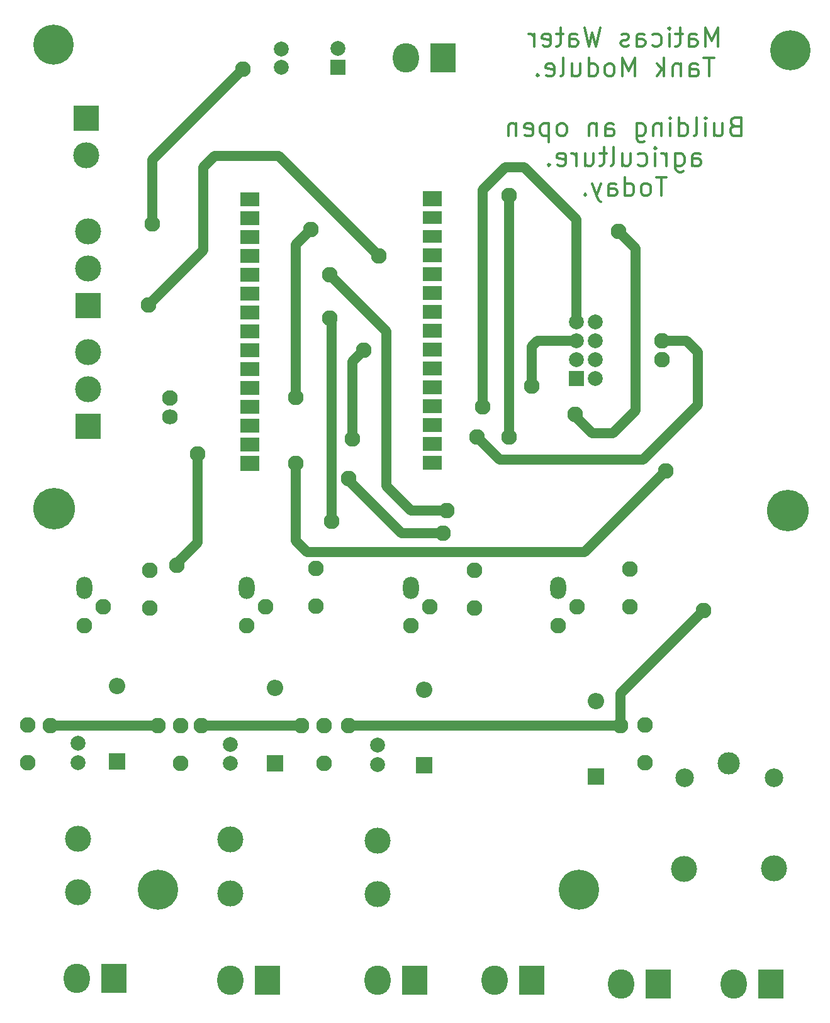
<source format=gbr>
%TF.GenerationSoftware,KiCad,Pcbnew,7.0.3*%
%TF.CreationDate,2023-06-13T13:40:25-05:00*%
%TF.ProjectId,intregration1,696e7472-6567-4726-9174-696f6e312e6b,rev?*%
%TF.SameCoordinates,Original*%
%TF.FileFunction,Copper,L2,Bot*%
%TF.FilePolarity,Positive*%
%FSLAX46Y46*%
G04 Gerber Fmt 4.6, Leading zero omitted, Abs format (unit mm)*
G04 Created by KiCad (PCBNEW 7.0.3) date 2023-06-13 13:40:25*
%MOMM*%
%LPD*%
G01*
G04 APERTURE LIST*
%ADD10C,0.300000*%
%TA.AperFunction,NonConductor*%
%ADD11C,0.300000*%
%TD*%
%TA.AperFunction,ComponentPad*%
%ADD12C,5.600000*%
%TD*%
%TA.AperFunction,ComponentPad*%
%ADD13C,5.400000*%
%TD*%
%TA.AperFunction,ComponentPad*%
%ADD14O,2.125000X2.125000*%
%TD*%
%TA.AperFunction,ComponentPad*%
%ADD15C,2.125000*%
%TD*%
%TA.AperFunction,ComponentPad*%
%ADD16O,2.125000X2.000000*%
%TD*%
%TA.AperFunction,ComponentPad*%
%ADD17C,2.100000*%
%TD*%
%TA.AperFunction,ComponentPad*%
%ADD18O,2.200000X2.200000*%
%TD*%
%TA.AperFunction,ComponentPad*%
%ADD19R,2.200000X2.200000*%
%TD*%
%TA.AperFunction,ComponentPad*%
%ADD20O,3.500000X3.960000*%
%TD*%
%TA.AperFunction,ComponentPad*%
%ADD21R,3.500000X3.960000*%
%TD*%
%TA.AperFunction,ComponentPad*%
%ADD22C,3.500000*%
%TD*%
%TA.AperFunction,ComponentPad*%
%ADD23R,3.500000X3.500000*%
%TD*%
%TA.AperFunction,ComponentPad*%
%ADD24C,2.000000*%
%TD*%
%TA.AperFunction,ComponentPad*%
%ADD25R,2.540000X1.950000*%
%TD*%
%TA.AperFunction,ComponentPad*%
%ADD26R,2.540000X2.000000*%
%TD*%
%TA.AperFunction,ComponentPad*%
%ADD27O,2.125000X3.000000*%
%TD*%
%TA.AperFunction,ComponentPad*%
%ADD28R,2.540000X1.740000*%
%TD*%
%TA.AperFunction,ComponentPad*%
%ADD29R,2.540000X2.100000*%
%TD*%
%TA.AperFunction,ComponentPad*%
%ADD30C,2.500000*%
%TD*%
%TA.AperFunction,ComponentPad*%
%ADD31C,3.000000*%
%TD*%
%TA.AperFunction,ComponentPad*%
%ADD32R,2.000000X2.000000*%
%TD*%
%TA.AperFunction,ViaPad*%
%ADD33C,2.125000*%
%TD*%
%TA.AperFunction,Conductor*%
%ADD34C,1.330000*%
%TD*%
G04 APERTURE END LIST*
D10*
D11*
X143680155Y-33750447D02*
X143680155Y-31250447D01*
X143680155Y-31250447D02*
X142846822Y-33036161D01*
X142846822Y-33036161D02*
X142013489Y-31250447D01*
X142013489Y-31250447D02*
X142013489Y-33750447D01*
X139751584Y-33750447D02*
X139751584Y-32440923D01*
X139751584Y-32440923D02*
X139870631Y-32202828D01*
X139870631Y-32202828D02*
X140108727Y-32083780D01*
X140108727Y-32083780D02*
X140584917Y-32083780D01*
X140584917Y-32083780D02*
X140823012Y-32202828D01*
X139751584Y-33631400D02*
X139989679Y-33750447D01*
X139989679Y-33750447D02*
X140584917Y-33750447D01*
X140584917Y-33750447D02*
X140823012Y-33631400D01*
X140823012Y-33631400D02*
X140942060Y-33393304D01*
X140942060Y-33393304D02*
X140942060Y-33155209D01*
X140942060Y-33155209D02*
X140823012Y-32917114D01*
X140823012Y-32917114D02*
X140584917Y-32798066D01*
X140584917Y-32798066D02*
X139989679Y-32798066D01*
X139989679Y-32798066D02*
X139751584Y-32679019D01*
X138918250Y-32083780D02*
X137965869Y-32083780D01*
X138561107Y-31250447D02*
X138561107Y-33393304D01*
X138561107Y-33393304D02*
X138442060Y-33631400D01*
X138442060Y-33631400D02*
X138203965Y-33750447D01*
X138203965Y-33750447D02*
X137965869Y-33750447D01*
X137132536Y-33750447D02*
X137132536Y-32083780D01*
X137132536Y-31250447D02*
X137251584Y-31369495D01*
X137251584Y-31369495D02*
X137132536Y-31488542D01*
X137132536Y-31488542D02*
X137013489Y-31369495D01*
X137013489Y-31369495D02*
X137132536Y-31250447D01*
X137132536Y-31250447D02*
X137132536Y-31488542D01*
X134870632Y-33631400D02*
X135108727Y-33750447D01*
X135108727Y-33750447D02*
X135584918Y-33750447D01*
X135584918Y-33750447D02*
X135823013Y-33631400D01*
X135823013Y-33631400D02*
X135942060Y-33512352D01*
X135942060Y-33512352D02*
X136061108Y-33274257D01*
X136061108Y-33274257D02*
X136061108Y-32559971D01*
X136061108Y-32559971D02*
X135942060Y-32321876D01*
X135942060Y-32321876D02*
X135823013Y-32202828D01*
X135823013Y-32202828D02*
X135584918Y-32083780D01*
X135584918Y-32083780D02*
X135108727Y-32083780D01*
X135108727Y-32083780D02*
X134870632Y-32202828D01*
X132727775Y-33750447D02*
X132727775Y-32440923D01*
X132727775Y-32440923D02*
X132846822Y-32202828D01*
X132846822Y-32202828D02*
X133084918Y-32083780D01*
X133084918Y-32083780D02*
X133561108Y-32083780D01*
X133561108Y-32083780D02*
X133799203Y-32202828D01*
X132727775Y-33631400D02*
X132965870Y-33750447D01*
X132965870Y-33750447D02*
X133561108Y-33750447D01*
X133561108Y-33750447D02*
X133799203Y-33631400D01*
X133799203Y-33631400D02*
X133918251Y-33393304D01*
X133918251Y-33393304D02*
X133918251Y-33155209D01*
X133918251Y-33155209D02*
X133799203Y-32917114D01*
X133799203Y-32917114D02*
X133561108Y-32798066D01*
X133561108Y-32798066D02*
X132965870Y-32798066D01*
X132965870Y-32798066D02*
X132727775Y-32679019D01*
X131656346Y-33631400D02*
X131418251Y-33750447D01*
X131418251Y-33750447D02*
X130942060Y-33750447D01*
X130942060Y-33750447D02*
X130703965Y-33631400D01*
X130703965Y-33631400D02*
X130584917Y-33393304D01*
X130584917Y-33393304D02*
X130584917Y-33274257D01*
X130584917Y-33274257D02*
X130703965Y-33036161D01*
X130703965Y-33036161D02*
X130942060Y-32917114D01*
X130942060Y-32917114D02*
X131299203Y-32917114D01*
X131299203Y-32917114D02*
X131537298Y-32798066D01*
X131537298Y-32798066D02*
X131656346Y-32559971D01*
X131656346Y-32559971D02*
X131656346Y-32440923D01*
X131656346Y-32440923D02*
X131537298Y-32202828D01*
X131537298Y-32202828D02*
X131299203Y-32083780D01*
X131299203Y-32083780D02*
X130942060Y-32083780D01*
X130942060Y-32083780D02*
X130703965Y-32202828D01*
X127846822Y-31250447D02*
X127251584Y-33750447D01*
X127251584Y-33750447D02*
X126775393Y-31964733D01*
X126775393Y-31964733D02*
X126299203Y-33750447D01*
X126299203Y-33750447D02*
X125703965Y-31250447D01*
X123680155Y-33750447D02*
X123680155Y-32440923D01*
X123680155Y-32440923D02*
X123799202Y-32202828D01*
X123799202Y-32202828D02*
X124037298Y-32083780D01*
X124037298Y-32083780D02*
X124513488Y-32083780D01*
X124513488Y-32083780D02*
X124751583Y-32202828D01*
X123680155Y-33631400D02*
X123918250Y-33750447D01*
X123918250Y-33750447D02*
X124513488Y-33750447D01*
X124513488Y-33750447D02*
X124751583Y-33631400D01*
X124751583Y-33631400D02*
X124870631Y-33393304D01*
X124870631Y-33393304D02*
X124870631Y-33155209D01*
X124870631Y-33155209D02*
X124751583Y-32917114D01*
X124751583Y-32917114D02*
X124513488Y-32798066D01*
X124513488Y-32798066D02*
X123918250Y-32798066D01*
X123918250Y-32798066D02*
X123680155Y-32679019D01*
X122846821Y-32083780D02*
X121894440Y-32083780D01*
X122489678Y-31250447D02*
X122489678Y-33393304D01*
X122489678Y-33393304D02*
X122370631Y-33631400D01*
X122370631Y-33631400D02*
X122132536Y-33750447D01*
X122132536Y-33750447D02*
X121894440Y-33750447D01*
X120108726Y-33631400D02*
X120346822Y-33750447D01*
X120346822Y-33750447D02*
X120823012Y-33750447D01*
X120823012Y-33750447D02*
X121061107Y-33631400D01*
X121061107Y-33631400D02*
X121180155Y-33393304D01*
X121180155Y-33393304D02*
X121180155Y-32440923D01*
X121180155Y-32440923D02*
X121061107Y-32202828D01*
X121061107Y-32202828D02*
X120823012Y-32083780D01*
X120823012Y-32083780D02*
X120346822Y-32083780D01*
X120346822Y-32083780D02*
X120108726Y-32202828D01*
X120108726Y-32202828D02*
X119989679Y-32440923D01*
X119989679Y-32440923D02*
X119989679Y-32679019D01*
X119989679Y-32679019D02*
X121180155Y-32917114D01*
X118918250Y-33750447D02*
X118918250Y-32083780D01*
X118918250Y-32559971D02*
X118799203Y-32321876D01*
X118799203Y-32321876D02*
X118680155Y-32202828D01*
X118680155Y-32202828D02*
X118442060Y-32083780D01*
X118442060Y-32083780D02*
X118203965Y-32083780D01*
X143203965Y-35275447D02*
X141775394Y-35275447D01*
X142489680Y-37775447D02*
X142489680Y-35275447D01*
X139870632Y-37775447D02*
X139870632Y-36465923D01*
X139870632Y-36465923D02*
X139989679Y-36227828D01*
X139989679Y-36227828D02*
X140227775Y-36108780D01*
X140227775Y-36108780D02*
X140703965Y-36108780D01*
X140703965Y-36108780D02*
X140942060Y-36227828D01*
X139870632Y-37656400D02*
X140108727Y-37775447D01*
X140108727Y-37775447D02*
X140703965Y-37775447D01*
X140703965Y-37775447D02*
X140942060Y-37656400D01*
X140942060Y-37656400D02*
X141061108Y-37418304D01*
X141061108Y-37418304D02*
X141061108Y-37180209D01*
X141061108Y-37180209D02*
X140942060Y-36942114D01*
X140942060Y-36942114D02*
X140703965Y-36823066D01*
X140703965Y-36823066D02*
X140108727Y-36823066D01*
X140108727Y-36823066D02*
X139870632Y-36704019D01*
X138680155Y-36108780D02*
X138680155Y-37775447D01*
X138680155Y-36346876D02*
X138561108Y-36227828D01*
X138561108Y-36227828D02*
X138323013Y-36108780D01*
X138323013Y-36108780D02*
X137965870Y-36108780D01*
X137965870Y-36108780D02*
X137727774Y-36227828D01*
X137727774Y-36227828D02*
X137608727Y-36465923D01*
X137608727Y-36465923D02*
X137608727Y-37775447D01*
X136418250Y-37775447D02*
X136418250Y-35275447D01*
X136180155Y-36823066D02*
X135465869Y-37775447D01*
X135465869Y-36108780D02*
X136418250Y-37061161D01*
X132489678Y-37775447D02*
X132489678Y-35275447D01*
X132489678Y-35275447D02*
X131656345Y-37061161D01*
X131656345Y-37061161D02*
X130823012Y-35275447D01*
X130823012Y-35275447D02*
X130823012Y-37775447D01*
X129275393Y-37775447D02*
X129513488Y-37656400D01*
X129513488Y-37656400D02*
X129632535Y-37537352D01*
X129632535Y-37537352D02*
X129751583Y-37299257D01*
X129751583Y-37299257D02*
X129751583Y-36584971D01*
X129751583Y-36584971D02*
X129632535Y-36346876D01*
X129632535Y-36346876D02*
X129513488Y-36227828D01*
X129513488Y-36227828D02*
X129275393Y-36108780D01*
X129275393Y-36108780D02*
X128918250Y-36108780D01*
X128918250Y-36108780D02*
X128680154Y-36227828D01*
X128680154Y-36227828D02*
X128561107Y-36346876D01*
X128561107Y-36346876D02*
X128442059Y-36584971D01*
X128442059Y-36584971D02*
X128442059Y-37299257D01*
X128442059Y-37299257D02*
X128561107Y-37537352D01*
X128561107Y-37537352D02*
X128680154Y-37656400D01*
X128680154Y-37656400D02*
X128918250Y-37775447D01*
X128918250Y-37775447D02*
X129275393Y-37775447D01*
X126299202Y-37775447D02*
X126299202Y-35275447D01*
X126299202Y-37656400D02*
X126537297Y-37775447D01*
X126537297Y-37775447D02*
X127013488Y-37775447D01*
X127013488Y-37775447D02*
X127251583Y-37656400D01*
X127251583Y-37656400D02*
X127370630Y-37537352D01*
X127370630Y-37537352D02*
X127489678Y-37299257D01*
X127489678Y-37299257D02*
X127489678Y-36584971D01*
X127489678Y-36584971D02*
X127370630Y-36346876D01*
X127370630Y-36346876D02*
X127251583Y-36227828D01*
X127251583Y-36227828D02*
X127013488Y-36108780D01*
X127013488Y-36108780D02*
X126537297Y-36108780D01*
X126537297Y-36108780D02*
X126299202Y-36227828D01*
X124037297Y-36108780D02*
X124037297Y-37775447D01*
X125108725Y-36108780D02*
X125108725Y-37418304D01*
X125108725Y-37418304D02*
X124989678Y-37656400D01*
X124989678Y-37656400D02*
X124751583Y-37775447D01*
X124751583Y-37775447D02*
X124394440Y-37775447D01*
X124394440Y-37775447D02*
X124156344Y-37656400D01*
X124156344Y-37656400D02*
X124037297Y-37537352D01*
X122489678Y-37775447D02*
X122727773Y-37656400D01*
X122727773Y-37656400D02*
X122846820Y-37418304D01*
X122846820Y-37418304D02*
X122846820Y-35275447D01*
X120584915Y-37656400D02*
X120823011Y-37775447D01*
X120823011Y-37775447D02*
X121299201Y-37775447D01*
X121299201Y-37775447D02*
X121537296Y-37656400D01*
X121537296Y-37656400D02*
X121656344Y-37418304D01*
X121656344Y-37418304D02*
X121656344Y-36465923D01*
X121656344Y-36465923D02*
X121537296Y-36227828D01*
X121537296Y-36227828D02*
X121299201Y-36108780D01*
X121299201Y-36108780D02*
X120823011Y-36108780D01*
X120823011Y-36108780D02*
X120584915Y-36227828D01*
X120584915Y-36227828D02*
X120465868Y-36465923D01*
X120465868Y-36465923D02*
X120465868Y-36704019D01*
X120465868Y-36704019D02*
X121656344Y-36942114D01*
X119394439Y-37537352D02*
X119275392Y-37656400D01*
X119275392Y-37656400D02*
X119394439Y-37775447D01*
X119394439Y-37775447D02*
X119513487Y-37656400D01*
X119513487Y-37656400D02*
X119394439Y-37537352D01*
X119394439Y-37537352D02*
X119394439Y-37775447D01*
X145942061Y-44515923D02*
X145584918Y-44634971D01*
X145584918Y-44634971D02*
X145465871Y-44754019D01*
X145465871Y-44754019D02*
X145346823Y-44992114D01*
X145346823Y-44992114D02*
X145346823Y-45349257D01*
X145346823Y-45349257D02*
X145465871Y-45587352D01*
X145465871Y-45587352D02*
X145584918Y-45706400D01*
X145584918Y-45706400D02*
X145823013Y-45825447D01*
X145823013Y-45825447D02*
X146775394Y-45825447D01*
X146775394Y-45825447D02*
X146775394Y-43325447D01*
X146775394Y-43325447D02*
X145942061Y-43325447D01*
X145942061Y-43325447D02*
X145703966Y-43444495D01*
X145703966Y-43444495D02*
X145584918Y-43563542D01*
X145584918Y-43563542D02*
X145465871Y-43801638D01*
X145465871Y-43801638D02*
X145465871Y-44039733D01*
X145465871Y-44039733D02*
X145584918Y-44277828D01*
X145584918Y-44277828D02*
X145703966Y-44396876D01*
X145703966Y-44396876D02*
X145942061Y-44515923D01*
X145942061Y-44515923D02*
X146775394Y-44515923D01*
X143203966Y-44158780D02*
X143203966Y-45825447D01*
X144275394Y-44158780D02*
X144275394Y-45468304D01*
X144275394Y-45468304D02*
X144156347Y-45706400D01*
X144156347Y-45706400D02*
X143918252Y-45825447D01*
X143918252Y-45825447D02*
X143561109Y-45825447D01*
X143561109Y-45825447D02*
X143323013Y-45706400D01*
X143323013Y-45706400D02*
X143203966Y-45587352D01*
X142013489Y-45825447D02*
X142013489Y-44158780D01*
X142013489Y-43325447D02*
X142132537Y-43444495D01*
X142132537Y-43444495D02*
X142013489Y-43563542D01*
X142013489Y-43563542D02*
X141894442Y-43444495D01*
X141894442Y-43444495D02*
X142013489Y-43325447D01*
X142013489Y-43325447D02*
X142013489Y-43563542D01*
X140465871Y-45825447D02*
X140703966Y-45706400D01*
X140703966Y-45706400D02*
X140823013Y-45468304D01*
X140823013Y-45468304D02*
X140823013Y-43325447D01*
X138442061Y-45825447D02*
X138442061Y-43325447D01*
X138442061Y-45706400D02*
X138680156Y-45825447D01*
X138680156Y-45825447D02*
X139156347Y-45825447D01*
X139156347Y-45825447D02*
X139394442Y-45706400D01*
X139394442Y-45706400D02*
X139513489Y-45587352D01*
X139513489Y-45587352D02*
X139632537Y-45349257D01*
X139632537Y-45349257D02*
X139632537Y-44634971D01*
X139632537Y-44634971D02*
X139513489Y-44396876D01*
X139513489Y-44396876D02*
X139394442Y-44277828D01*
X139394442Y-44277828D02*
X139156347Y-44158780D01*
X139156347Y-44158780D02*
X138680156Y-44158780D01*
X138680156Y-44158780D02*
X138442061Y-44277828D01*
X137251584Y-45825447D02*
X137251584Y-44158780D01*
X137251584Y-43325447D02*
X137370632Y-43444495D01*
X137370632Y-43444495D02*
X137251584Y-43563542D01*
X137251584Y-43563542D02*
X137132537Y-43444495D01*
X137132537Y-43444495D02*
X137251584Y-43325447D01*
X137251584Y-43325447D02*
X137251584Y-43563542D01*
X136061108Y-44158780D02*
X136061108Y-45825447D01*
X136061108Y-44396876D02*
X135942061Y-44277828D01*
X135942061Y-44277828D02*
X135703966Y-44158780D01*
X135703966Y-44158780D02*
X135346823Y-44158780D01*
X135346823Y-44158780D02*
X135108727Y-44277828D01*
X135108727Y-44277828D02*
X134989680Y-44515923D01*
X134989680Y-44515923D02*
X134989680Y-45825447D01*
X132727775Y-44158780D02*
X132727775Y-46182590D01*
X132727775Y-46182590D02*
X132846822Y-46420685D01*
X132846822Y-46420685D02*
X132965870Y-46539733D01*
X132965870Y-46539733D02*
X133203965Y-46658780D01*
X133203965Y-46658780D02*
X133561108Y-46658780D01*
X133561108Y-46658780D02*
X133799203Y-46539733D01*
X132727775Y-45706400D02*
X132965870Y-45825447D01*
X132965870Y-45825447D02*
X133442061Y-45825447D01*
X133442061Y-45825447D02*
X133680156Y-45706400D01*
X133680156Y-45706400D02*
X133799203Y-45587352D01*
X133799203Y-45587352D02*
X133918251Y-45349257D01*
X133918251Y-45349257D02*
X133918251Y-44634971D01*
X133918251Y-44634971D02*
X133799203Y-44396876D01*
X133799203Y-44396876D02*
X133680156Y-44277828D01*
X133680156Y-44277828D02*
X133442061Y-44158780D01*
X133442061Y-44158780D02*
X132965870Y-44158780D01*
X132965870Y-44158780D02*
X132727775Y-44277828D01*
X128561108Y-45825447D02*
X128561108Y-44515923D01*
X128561108Y-44515923D02*
X128680155Y-44277828D01*
X128680155Y-44277828D02*
X128918251Y-44158780D01*
X128918251Y-44158780D02*
X129394441Y-44158780D01*
X129394441Y-44158780D02*
X129632536Y-44277828D01*
X128561108Y-45706400D02*
X128799203Y-45825447D01*
X128799203Y-45825447D02*
X129394441Y-45825447D01*
X129394441Y-45825447D02*
X129632536Y-45706400D01*
X129632536Y-45706400D02*
X129751584Y-45468304D01*
X129751584Y-45468304D02*
X129751584Y-45230209D01*
X129751584Y-45230209D02*
X129632536Y-44992114D01*
X129632536Y-44992114D02*
X129394441Y-44873066D01*
X129394441Y-44873066D02*
X128799203Y-44873066D01*
X128799203Y-44873066D02*
X128561108Y-44754019D01*
X127370631Y-44158780D02*
X127370631Y-45825447D01*
X127370631Y-44396876D02*
X127251584Y-44277828D01*
X127251584Y-44277828D02*
X127013489Y-44158780D01*
X127013489Y-44158780D02*
X126656346Y-44158780D01*
X126656346Y-44158780D02*
X126418250Y-44277828D01*
X126418250Y-44277828D02*
X126299203Y-44515923D01*
X126299203Y-44515923D02*
X126299203Y-45825447D01*
X122846822Y-45825447D02*
X123084917Y-45706400D01*
X123084917Y-45706400D02*
X123203964Y-45587352D01*
X123203964Y-45587352D02*
X123323012Y-45349257D01*
X123323012Y-45349257D02*
X123323012Y-44634971D01*
X123323012Y-44634971D02*
X123203964Y-44396876D01*
X123203964Y-44396876D02*
X123084917Y-44277828D01*
X123084917Y-44277828D02*
X122846822Y-44158780D01*
X122846822Y-44158780D02*
X122489679Y-44158780D01*
X122489679Y-44158780D02*
X122251583Y-44277828D01*
X122251583Y-44277828D02*
X122132536Y-44396876D01*
X122132536Y-44396876D02*
X122013488Y-44634971D01*
X122013488Y-44634971D02*
X122013488Y-45349257D01*
X122013488Y-45349257D02*
X122132536Y-45587352D01*
X122132536Y-45587352D02*
X122251583Y-45706400D01*
X122251583Y-45706400D02*
X122489679Y-45825447D01*
X122489679Y-45825447D02*
X122846822Y-45825447D01*
X120942059Y-44158780D02*
X120942059Y-46658780D01*
X120942059Y-44277828D02*
X120703964Y-44158780D01*
X120703964Y-44158780D02*
X120227774Y-44158780D01*
X120227774Y-44158780D02*
X119989678Y-44277828D01*
X119989678Y-44277828D02*
X119870631Y-44396876D01*
X119870631Y-44396876D02*
X119751583Y-44634971D01*
X119751583Y-44634971D02*
X119751583Y-45349257D01*
X119751583Y-45349257D02*
X119870631Y-45587352D01*
X119870631Y-45587352D02*
X119989678Y-45706400D01*
X119989678Y-45706400D02*
X120227774Y-45825447D01*
X120227774Y-45825447D02*
X120703964Y-45825447D01*
X120703964Y-45825447D02*
X120942059Y-45706400D01*
X117727773Y-45706400D02*
X117965869Y-45825447D01*
X117965869Y-45825447D02*
X118442059Y-45825447D01*
X118442059Y-45825447D02*
X118680154Y-45706400D01*
X118680154Y-45706400D02*
X118799202Y-45468304D01*
X118799202Y-45468304D02*
X118799202Y-44515923D01*
X118799202Y-44515923D02*
X118680154Y-44277828D01*
X118680154Y-44277828D02*
X118442059Y-44158780D01*
X118442059Y-44158780D02*
X117965869Y-44158780D01*
X117965869Y-44158780D02*
X117727773Y-44277828D01*
X117727773Y-44277828D02*
X117608726Y-44515923D01*
X117608726Y-44515923D02*
X117608726Y-44754019D01*
X117608726Y-44754019D02*
X118799202Y-44992114D01*
X116537297Y-44158780D02*
X116537297Y-45825447D01*
X116537297Y-44396876D02*
X116418250Y-44277828D01*
X116418250Y-44277828D02*
X116180155Y-44158780D01*
X116180155Y-44158780D02*
X115823012Y-44158780D01*
X115823012Y-44158780D02*
X115584916Y-44277828D01*
X115584916Y-44277828D02*
X115465869Y-44515923D01*
X115465869Y-44515923D02*
X115465869Y-45825447D01*
X140227774Y-49850447D02*
X140227774Y-48540923D01*
X140227774Y-48540923D02*
X140346821Y-48302828D01*
X140346821Y-48302828D02*
X140584917Y-48183780D01*
X140584917Y-48183780D02*
X141061107Y-48183780D01*
X141061107Y-48183780D02*
X141299202Y-48302828D01*
X140227774Y-49731400D02*
X140465869Y-49850447D01*
X140465869Y-49850447D02*
X141061107Y-49850447D01*
X141061107Y-49850447D02*
X141299202Y-49731400D01*
X141299202Y-49731400D02*
X141418250Y-49493304D01*
X141418250Y-49493304D02*
X141418250Y-49255209D01*
X141418250Y-49255209D02*
X141299202Y-49017114D01*
X141299202Y-49017114D02*
X141061107Y-48898066D01*
X141061107Y-48898066D02*
X140465869Y-48898066D01*
X140465869Y-48898066D02*
X140227774Y-48779019D01*
X137965869Y-48183780D02*
X137965869Y-50207590D01*
X137965869Y-50207590D02*
X138084916Y-50445685D01*
X138084916Y-50445685D02*
X138203964Y-50564733D01*
X138203964Y-50564733D02*
X138442059Y-50683780D01*
X138442059Y-50683780D02*
X138799202Y-50683780D01*
X138799202Y-50683780D02*
X139037297Y-50564733D01*
X137965869Y-49731400D02*
X138203964Y-49850447D01*
X138203964Y-49850447D02*
X138680155Y-49850447D01*
X138680155Y-49850447D02*
X138918250Y-49731400D01*
X138918250Y-49731400D02*
X139037297Y-49612352D01*
X139037297Y-49612352D02*
X139156345Y-49374257D01*
X139156345Y-49374257D02*
X139156345Y-48659971D01*
X139156345Y-48659971D02*
X139037297Y-48421876D01*
X139037297Y-48421876D02*
X138918250Y-48302828D01*
X138918250Y-48302828D02*
X138680155Y-48183780D01*
X138680155Y-48183780D02*
X138203964Y-48183780D01*
X138203964Y-48183780D02*
X137965869Y-48302828D01*
X136775392Y-49850447D02*
X136775392Y-48183780D01*
X136775392Y-48659971D02*
X136656345Y-48421876D01*
X136656345Y-48421876D02*
X136537297Y-48302828D01*
X136537297Y-48302828D02*
X136299202Y-48183780D01*
X136299202Y-48183780D02*
X136061107Y-48183780D01*
X135227773Y-49850447D02*
X135227773Y-48183780D01*
X135227773Y-47350447D02*
X135346821Y-47469495D01*
X135346821Y-47469495D02*
X135227773Y-47588542D01*
X135227773Y-47588542D02*
X135108726Y-47469495D01*
X135108726Y-47469495D02*
X135227773Y-47350447D01*
X135227773Y-47350447D02*
X135227773Y-47588542D01*
X132965869Y-49731400D02*
X133203964Y-49850447D01*
X133203964Y-49850447D02*
X133680155Y-49850447D01*
X133680155Y-49850447D02*
X133918250Y-49731400D01*
X133918250Y-49731400D02*
X134037297Y-49612352D01*
X134037297Y-49612352D02*
X134156345Y-49374257D01*
X134156345Y-49374257D02*
X134156345Y-48659971D01*
X134156345Y-48659971D02*
X134037297Y-48421876D01*
X134037297Y-48421876D02*
X133918250Y-48302828D01*
X133918250Y-48302828D02*
X133680155Y-48183780D01*
X133680155Y-48183780D02*
X133203964Y-48183780D01*
X133203964Y-48183780D02*
X132965869Y-48302828D01*
X130823012Y-48183780D02*
X130823012Y-49850447D01*
X131894440Y-48183780D02*
X131894440Y-49493304D01*
X131894440Y-49493304D02*
X131775393Y-49731400D01*
X131775393Y-49731400D02*
X131537298Y-49850447D01*
X131537298Y-49850447D02*
X131180155Y-49850447D01*
X131180155Y-49850447D02*
X130942059Y-49731400D01*
X130942059Y-49731400D02*
X130823012Y-49612352D01*
X129275393Y-49850447D02*
X129513488Y-49731400D01*
X129513488Y-49731400D02*
X129632535Y-49493304D01*
X129632535Y-49493304D02*
X129632535Y-47350447D01*
X128680154Y-48183780D02*
X127727773Y-48183780D01*
X128323011Y-47350447D02*
X128323011Y-49493304D01*
X128323011Y-49493304D02*
X128203964Y-49731400D01*
X128203964Y-49731400D02*
X127965869Y-49850447D01*
X127965869Y-49850447D02*
X127727773Y-49850447D01*
X125823012Y-48183780D02*
X125823012Y-49850447D01*
X126894440Y-48183780D02*
X126894440Y-49493304D01*
X126894440Y-49493304D02*
X126775393Y-49731400D01*
X126775393Y-49731400D02*
X126537298Y-49850447D01*
X126537298Y-49850447D02*
X126180155Y-49850447D01*
X126180155Y-49850447D02*
X125942059Y-49731400D01*
X125942059Y-49731400D02*
X125823012Y-49612352D01*
X124632535Y-49850447D02*
X124632535Y-48183780D01*
X124632535Y-48659971D02*
X124513488Y-48421876D01*
X124513488Y-48421876D02*
X124394440Y-48302828D01*
X124394440Y-48302828D02*
X124156345Y-48183780D01*
X124156345Y-48183780D02*
X123918250Y-48183780D01*
X122132535Y-49731400D02*
X122370631Y-49850447D01*
X122370631Y-49850447D02*
X122846821Y-49850447D01*
X122846821Y-49850447D02*
X123084916Y-49731400D01*
X123084916Y-49731400D02*
X123203964Y-49493304D01*
X123203964Y-49493304D02*
X123203964Y-48540923D01*
X123203964Y-48540923D02*
X123084916Y-48302828D01*
X123084916Y-48302828D02*
X122846821Y-48183780D01*
X122846821Y-48183780D02*
X122370631Y-48183780D01*
X122370631Y-48183780D02*
X122132535Y-48302828D01*
X122132535Y-48302828D02*
X122013488Y-48540923D01*
X122013488Y-48540923D02*
X122013488Y-48779019D01*
X122013488Y-48779019D02*
X123203964Y-49017114D01*
X120942059Y-49612352D02*
X120823012Y-49731400D01*
X120823012Y-49731400D02*
X120942059Y-49850447D01*
X120942059Y-49850447D02*
X121061107Y-49731400D01*
X121061107Y-49731400D02*
X120942059Y-49612352D01*
X120942059Y-49612352D02*
X120942059Y-49850447D01*
X136775393Y-51375447D02*
X135346822Y-51375447D01*
X136061108Y-53875447D02*
X136061108Y-51375447D01*
X134156346Y-53875447D02*
X134394441Y-53756400D01*
X134394441Y-53756400D02*
X134513488Y-53637352D01*
X134513488Y-53637352D02*
X134632536Y-53399257D01*
X134632536Y-53399257D02*
X134632536Y-52684971D01*
X134632536Y-52684971D02*
X134513488Y-52446876D01*
X134513488Y-52446876D02*
X134394441Y-52327828D01*
X134394441Y-52327828D02*
X134156346Y-52208780D01*
X134156346Y-52208780D02*
X133799203Y-52208780D01*
X133799203Y-52208780D02*
X133561107Y-52327828D01*
X133561107Y-52327828D02*
X133442060Y-52446876D01*
X133442060Y-52446876D02*
X133323012Y-52684971D01*
X133323012Y-52684971D02*
X133323012Y-53399257D01*
X133323012Y-53399257D02*
X133442060Y-53637352D01*
X133442060Y-53637352D02*
X133561107Y-53756400D01*
X133561107Y-53756400D02*
X133799203Y-53875447D01*
X133799203Y-53875447D02*
X134156346Y-53875447D01*
X131180155Y-53875447D02*
X131180155Y-51375447D01*
X131180155Y-53756400D02*
X131418250Y-53875447D01*
X131418250Y-53875447D02*
X131894441Y-53875447D01*
X131894441Y-53875447D02*
X132132536Y-53756400D01*
X132132536Y-53756400D02*
X132251583Y-53637352D01*
X132251583Y-53637352D02*
X132370631Y-53399257D01*
X132370631Y-53399257D02*
X132370631Y-52684971D01*
X132370631Y-52684971D02*
X132251583Y-52446876D01*
X132251583Y-52446876D02*
X132132536Y-52327828D01*
X132132536Y-52327828D02*
X131894441Y-52208780D01*
X131894441Y-52208780D02*
X131418250Y-52208780D01*
X131418250Y-52208780D02*
X131180155Y-52327828D01*
X128918250Y-53875447D02*
X128918250Y-52565923D01*
X128918250Y-52565923D02*
X129037297Y-52327828D01*
X129037297Y-52327828D02*
X129275393Y-52208780D01*
X129275393Y-52208780D02*
X129751583Y-52208780D01*
X129751583Y-52208780D02*
X129989678Y-52327828D01*
X128918250Y-53756400D02*
X129156345Y-53875447D01*
X129156345Y-53875447D02*
X129751583Y-53875447D01*
X129751583Y-53875447D02*
X129989678Y-53756400D01*
X129989678Y-53756400D02*
X130108726Y-53518304D01*
X130108726Y-53518304D02*
X130108726Y-53280209D01*
X130108726Y-53280209D02*
X129989678Y-53042114D01*
X129989678Y-53042114D02*
X129751583Y-52923066D01*
X129751583Y-52923066D02*
X129156345Y-52923066D01*
X129156345Y-52923066D02*
X128918250Y-52804019D01*
X127965869Y-52208780D02*
X127370631Y-53875447D01*
X126775392Y-52208780D02*
X127370631Y-53875447D01*
X127370631Y-53875447D02*
X127608726Y-54470685D01*
X127608726Y-54470685D02*
X127727773Y-54589733D01*
X127727773Y-54589733D02*
X127965869Y-54708780D01*
X125823011Y-53637352D02*
X125703964Y-53756400D01*
X125703964Y-53756400D02*
X125823011Y-53875447D01*
X125823011Y-53875447D02*
X125942059Y-53756400D01*
X125942059Y-53756400D02*
X125823011Y-53637352D01*
X125823011Y-53637352D02*
X125823011Y-53875447D01*
D12*
%TO.P,H6,1*%
%TO.N,N/C*%
X54356000Y-96012000D03*
%TD*%
%TO.P,H5,1*%
%TO.N,N/C*%
X153041000Y-96266000D03*
%TD*%
D13*
%TO.P,H4,1*%
%TO.N,N/C*%
X124968000Y-147320000D03*
%TD*%
%TO.P,H3,1*%
%TO.N,N/C*%
X68326000Y-147320000D03*
%TD*%
%TO.P,H2,1*%
%TO.N,N/C*%
X153416000Y-34290000D03*
%TD*%
%TO.P,H1,1*%
%TO.N,N/C*%
X54256000Y-33528000D03*
%TD*%
D14*
%TO.P,R6,2*%
%TO.N,5v*%
X50800000Y-125172000D03*
D15*
%TO.P,R6,1*%
%TO.N,Net-(D1-K)*%
X50800000Y-130252000D03*
%TD*%
D16*
%TO.P,R1,2*%
%TO.N,D25*%
X69957500Y-83687500D03*
D17*
%TO.P,R1,1*%
%TO.N,5v*%
X69957500Y-81147500D03*
%TD*%
D18*
%TO.P,D2,2,A*%
%TO.N,Net-(D2-A)*%
X104140000Y-120396000D03*
D19*
%TO.P,D2,1,K*%
%TO.N,Net-(D2-K)*%
X104140000Y-130556000D03*
%TD*%
D14*
%TO.P,R2,2*%
%TO.N,Net-(Q1-B)*%
X67230000Y-109397000D03*
D15*
%TO.P,R2,1*%
%TO.N,D22*%
X67230000Y-104317000D03*
%TD*%
D20*
%TO.P,J_fan1,2,Pin_2*%
%TO.N,Net-(J_fan1-Pin_2)*%
X57404000Y-159258000D03*
D21*
%TO.P,J_fan1,1,Pin_1*%
%TO.N,AC2*%
X62404000Y-159258000D03*
%TD*%
D20*
%TO.P,5V1,2,Pin_2*%
%TO.N,GND5V*%
X101717000Y-35352000D03*
D21*
%TO.P,5V1,1,Pin_1*%
%TO.N,5v*%
X106717000Y-35352000D03*
%TD*%
D14*
%TO.P,R5,2*%
%TO.N,Net-(Q4-B)*%
X131826000Y-109270000D03*
D15*
%TO.P,R5,1*%
%TO.N,D21*%
X131826000Y-104190000D03*
%TD*%
D20*
%TO.P,J_LOAD2,2,Pin_2*%
%TO.N,Normally O*%
X130665000Y-160020000D03*
D21*
%TO.P,J_LOAD2,1,Pin_1*%
%TO.N,GND LOAD*%
X135665000Y-160020000D03*
%TD*%
D22*
%TO.P,J2,3,Pin_3*%
%TO.N,GND5V*%
X58889000Y-58651500D03*
%TO.P,J2,2,Pin_2*%
%TO.N,5v*%
X58889000Y-63651500D03*
D23*
%TO.P,J2,1,Pin_1*%
%TO.N,D34*%
X58889000Y-68651500D03*
%TD*%
D24*
%TO.P,C2,2*%
%TO.N,GND5V*%
X84953000Y-34102000D03*
%TO.P,C2,1*%
%TO.N,5v*%
X84953000Y-36602000D03*
%TD*%
D22*
%TO.P,J1,3,Pin_3*%
%TO.N,GND5V*%
X58889000Y-74907500D03*
%TO.P,J1,2,Pin_2*%
%TO.N,5v*%
X58889000Y-79907500D03*
D23*
%TO.P,J1,1,Pin_1*%
%TO.N,D25*%
X58889000Y-84907500D03*
%TD*%
D20*
%TO.P,J_AC_INPUT1,2,Pin_2*%
%TO.N,AC2*%
X113618000Y-159512000D03*
D21*
%TO.P,J_AC_INPUT1,1,Pin_1*%
%TO.N,AC1*%
X118618000Y-159512000D03*
%TD*%
D20*
%TO.P,J_LOAD1,2,Pin_2*%
%TO.N,GND LOAD*%
X145825000Y-160020000D03*
D21*
%TO.P,J_LOAD1,1,Pin_1*%
%TO.N,LOAD IN*%
X150825000Y-160020000D03*
%TD*%
D25*
%TO.P,J_esp1,15,Pin_15*%
%TO.N,D23*%
X80674500Y-54402000D03*
%TO.P,J_esp1,14,Pin_14*%
%TO.N,D22*%
X80674500Y-56942000D03*
%TO.P,J_esp1,13,Pin_13*%
%TO.N,TX0*%
X80674500Y-59482000D03*
%TO.P,J_esp1,12,Pin_12*%
%TO.N,RX0*%
X80674500Y-62022000D03*
%TO.P,J_esp1,11,Pin_11*%
%TO.N,D21*%
X80674500Y-64562000D03*
%TO.P,J_esp1,10,Pin_10*%
%TO.N,D19*%
X80674500Y-67102000D03*
%TO.P,J_esp1,9,Pin_9*%
%TO.N,D18*%
X80674500Y-69642000D03*
%TO.P,J_esp1,8,Pin_8*%
%TO.N,D5*%
X80674500Y-72182000D03*
%TO.P,J_esp1,7,Pin_7*%
%TO.N,TX2*%
X80674500Y-74722000D03*
%TO.P,J_esp1,6,Pin_6*%
%TO.N,RX2*%
X80674500Y-77262000D03*
%TO.P,J_esp1,5,Pin_5*%
%TO.N,D4*%
X80674500Y-79802000D03*
%TO.P,J_esp1,4,Pin_4*%
%TO.N,D2*%
X80674500Y-82342000D03*
%TO.P,J_esp1,3,Pin_3*%
%TO.N,D15*%
X80674500Y-84882000D03*
%TO.P,J_esp1,2,Pin_2*%
%TO.N,GND2*%
X80674500Y-87422000D03*
D26*
%TO.P,J_esp1,1,Pin_1*%
%TO.N,3V3*%
X80674500Y-89962000D03*
%TD*%
D14*
%TO.P,Q2,3,C*%
%TO.N,Net-(D2-A)*%
X102362000Y-111760000D03*
%TO.P,Q2,2,B*%
%TO.N,Net-(Q2-B)*%
X104902000Y-109220000D03*
D27*
%TO.P,Q2,1,E*%
%TO.N,GND5V*%
X102362000Y-106680000D03*
%TD*%
D22*
%TO.P,J4,2,Pin_2*%
%TO.N,D23*%
X58674000Y-48434000D03*
D23*
%TO.P,J4,1,Pin_1*%
%TO.N,GND5V*%
X58674000Y-43434000D03*
%TD*%
D18*
%TO.P,D3,2,A*%
%TO.N,Net-(D3-A)*%
X84074000Y-120142000D03*
D19*
%TO.P,D3,1,K*%
%TO.N,Net-(D3-K)*%
X84074000Y-130302000D03*
%TD*%
D25*
%TO.P,J_esp0,15,Pin_15*%
%TO.N,5v*%
X105215000Y-89883000D03*
%TO.P,J_esp0,14,Pin_14*%
%TO.N,GND5V*%
X105215000Y-87343000D03*
%TO.P,J_esp0,13,Pin_13*%
%TO.N,D13*%
X105215000Y-84803000D03*
%TO.P,J_esp0,12,Pin_12*%
%TO.N,D12*%
X105215000Y-82263000D03*
%TO.P,J_esp0,11,Pin_11*%
%TO.N,D14*%
X105215000Y-79723000D03*
%TO.P,J_esp0,10,Pin_10*%
%TO.N,D27*%
X105215000Y-77183000D03*
%TO.P,J_esp0,9,Pin_9*%
%TO.N,D26*%
X105215000Y-74643000D03*
%TO.P,J_esp0,8,Pin_8*%
%TO.N,D25*%
X105215000Y-72103000D03*
%TO.P,J_esp0,7,Pin_7*%
%TO.N,D33*%
X105215000Y-69563000D03*
%TO.P,J_esp0,6,Pin_6*%
%TO.N,D32*%
X105215000Y-67023000D03*
%TO.P,J_esp0,5,Pin_5*%
%TO.N,D35*%
X105215000Y-64483000D03*
%TO.P,J_esp0,4,Pin_4*%
%TO.N,D34*%
X105215000Y-61943000D03*
D28*
%TO.P,J_esp0,3,Pin_3*%
%TO.N,VN*%
X105215000Y-59403000D03*
%TO.P,J_esp0,2,Pin_2*%
%TO.N,VP*%
X105215000Y-56863000D03*
D29*
%TO.P,J_esp0,1,Pin_1*%
%TO.N,EN*%
X105215000Y-54323000D03*
%TD*%
D24*
%TO.P,U_wpump1,A2*%
%TO.N,Net-(D2-A)*%
X97870000Y-127889000D03*
%TO.P,U_wpump1,A1*%
%TO.N,Net-(D2-K)*%
X97870000Y-130470000D03*
D22*
%TO.P,U_wpump1,14*%
%TO.N,Net-(J_wpump1-Pin_2)*%
X97870000Y-147955000D03*
%TO.P,U_wpump1,11*%
%TO.N,AC1*%
X97870000Y-140716000D03*
%TD*%
D14*
%TO.P,R3,2*%
%TO.N,Net-(Q2-B)*%
X110918000Y-109397000D03*
D15*
%TO.P,R3,1*%
%TO.N,D18*%
X110918000Y-104317000D03*
%TD*%
D20*
%TO.P,J_oxygen1,2,Pin_2*%
%TO.N,Net-(J_oxygen1-Pin_2)*%
X78058000Y-159512000D03*
D21*
%TO.P,J_oxygen1,1,Pin_1*%
%TO.N,AC2*%
X83058000Y-159512000D03*
%TD*%
D14*
%TO.P,Q1,3,C*%
%TO.N,Net-(D1-A)*%
X58420000Y-111760000D03*
%TO.P,Q1,2,B*%
%TO.N,Net-(Q1-B)*%
X60960000Y-109220000D03*
D27*
%TO.P,Q1,1,E*%
%TO.N,GND5V*%
X58420000Y-106680000D03*
%TD*%
D18*
%TO.P,D4,2,A*%
%TO.N,Net-(D4-A)*%
X127254000Y-121920000D03*
D19*
%TO.P,D4,1,K*%
%TO.N,Net-(D4-K)*%
X127254000Y-132080000D03*
%TD*%
D18*
%TO.P,D1,2,A*%
%TO.N,Net-(D1-A)*%
X62861000Y-119888000D03*
D19*
%TO.P,D1,1,K*%
%TO.N,Net-(D1-K)*%
X62861000Y-130048000D03*
%TD*%
D30*
%TO.P,K_LIGHTS1,5*%
%TO.N,Net-(D4-K)*%
X139191000Y-132276000D03*
D22*
%TO.P,K_LIGHTS1,4*%
%TO.N,Normally C*%
X139141000Y-144526000D03*
%TO.P,K_LIGHTS1,3*%
%TO.N,Normally O*%
X151191000Y-144476000D03*
D30*
%TO.P,K_LIGHTS1,2*%
%TO.N,Net-(D4-A)*%
X151191000Y-132276000D03*
D31*
%TO.P,K_LIGHTS1,1*%
%TO.N,LOAD IN*%
X145141000Y-130326000D03*
%TD*%
D20*
%TO.P,J_wpump1,2,Pin_2*%
%TO.N,Net-(J_wpump1-Pin_2)*%
X97870000Y-159512000D03*
D21*
%TO.P,J_wpump1,1,Pin_1*%
%TO.N,AC2*%
X102870000Y-159512000D03*
%TD*%
D24*
%TO.P,C1,2*%
%TO.N,GND5V*%
X92573000Y-34057113D03*
D32*
%TO.P,C1,1*%
%TO.N,5v*%
X92573000Y-36557113D03*
%TD*%
D27*
%TO.P,Q3,1,E*%
%TO.N,GND5V*%
X80264000Y-106680000D03*
D14*
%TO.P,Q3,2,B*%
%TO.N,Net-(Q3-B)*%
X82804000Y-109220000D03*
%TO.P,Q3,3,C*%
%TO.N,Net-(D3-A)*%
X80264000Y-111760000D03*
%TD*%
D15*
%TO.P,R7,1*%
%TO.N,Net-(D2-K)*%
X90678000Y-130295750D03*
D14*
%TO.P,R7,2*%
%TO.N,5v*%
X90678000Y-125215750D03*
%TD*%
D24*
%TO.P,U_oxygen1,A2*%
%TO.N,Net-(D3-A)*%
X78058000Y-127762000D03*
%TO.P,U_oxygen1,A1*%
%TO.N,Net-(D3-K)*%
X78058000Y-130343000D03*
D22*
%TO.P,U_oxygen1,14*%
%TO.N,Net-(J_oxygen1-Pin_2)*%
X78058000Y-147828000D03*
%TO.P,U_oxygen1,11*%
%TO.N,AC1*%
X78058000Y-140589000D03*
%TD*%
D14*
%TO.P,R4,2*%
%TO.N,Net-(Q3-B)*%
X89582000Y-109143000D03*
D15*
%TO.P,R4,1*%
%TO.N,D19*%
X89582000Y-104063000D03*
%TD*%
D14*
%TO.P,R9,2*%
%TO.N,5v*%
X133858000Y-125172000D03*
D15*
%TO.P,R9,1*%
%TO.N,Net-(D4-K)*%
X133858000Y-130252000D03*
%TD*%
D14*
%TO.P,Q4,3,C*%
%TO.N,Net-(D4-A)*%
X122174000Y-111760000D03*
%TO.P,Q4,2,B*%
%TO.N,Net-(Q4-B)*%
X124714000Y-109220000D03*
D27*
%TO.P,Q4,1,E*%
%TO.N,GND5V*%
X122174000Y-106680000D03*
%TD*%
D24*
%TO.P,U2,8,IRQ*%
%TO.N,unconnected-(U2-IRQ-Pad8)*%
X127208000Y-70903000D03*
%TO.P,U2,7,MISO*%
%TO.N,D12*%
X124668000Y-70903000D03*
%TO.P,U2,6,MOSI*%
%TO.N,D13*%
X127208000Y-73443000D03*
%TO.P,U2,5,SCK*%
%TO.N,D14*%
X124668000Y-73443000D03*
%TO.P,U2,4,~{CSN}*%
%TO.N,D26*%
X127208000Y-75983000D03*
%TO.P,U2,3,CE*%
%TO.N,D27*%
X124668000Y-75983000D03*
%TO.P,U2,2,VCC*%
%TO.N,3V3*%
X127208000Y-78523000D03*
D32*
%TO.P,U2,1,GND*%
%TO.N,GND2*%
X124668000Y-78523000D03*
%TD*%
D24*
%TO.P,U_fan1,A2*%
%TO.N,Net-(D1-A)*%
X57607000Y-127635000D03*
%TO.P,U_fan1,A1*%
%TO.N,Net-(D1-K)*%
X57607000Y-130216000D03*
D22*
%TO.P,U_fan1,14*%
%TO.N,Net-(J_fan1-Pin_2)*%
X57607000Y-147701000D03*
%TO.P,U_fan1,11*%
%TO.N,AC1*%
X57607000Y-140462000D03*
%TD*%
D14*
%TO.P,R8,2*%
%TO.N,5v*%
X71374000Y-125215750D03*
D15*
%TO.P,R8,1*%
%TO.N,Net-(D3-K)*%
X71374000Y-130295750D03*
%TD*%
D33*
%TO.N,GND2*%
X124460000Y-83312000D03*
X130302000Y-58674000D03*
X88900000Y-58420000D03*
X86868000Y-81026000D03*
%TO.N,D25*%
X96012000Y-74676000D03*
X94488000Y-86614000D03*
%TO.N,3V3*%
X136652000Y-90932000D03*
X86868000Y-89916000D03*
%TO.N,5v*%
X141732000Y-109728000D03*
%TO.N,D19*%
X91440000Y-70358000D03*
X91694000Y-97685000D03*
%TO.N,D22*%
X70866000Y-103632000D03*
X73660000Y-88646000D03*
%TO.N,D21*%
X107188000Y-96266000D03*
%TO.N,5v*%
X79756000Y-36830000D03*
X67564000Y-57658000D03*
%TO.N,D34*%
X98044000Y-61976000D03*
X67056000Y-68580000D03*
%TO.N,D14*%
X118618000Y-79502000D03*
%TO.N,D12*%
X112014000Y-82296000D03*
%TO.N,D13*%
X111252000Y-86360000D03*
X136144000Y-73406000D03*
%TO.N,5v*%
X115570000Y-86360000D03*
X115570000Y-53848000D03*
%TO.N,D26*%
X136144000Y-75946000D03*
%TO.N,D18*%
X106680000Y-99314000D03*
X93980000Y-91948000D03*
%TO.N,D21*%
X91440000Y-64516000D03*
%TO.N,5v*%
X130556000Y-125222000D03*
X53848000Y-125222000D03*
X68326000Y-125222000D03*
X74168000Y-125222000D03*
X93980000Y-125222000D03*
X87630000Y-125222000D03*
%TD*%
D34*
%TO.N,GND2*%
X129540000Y-85852000D02*
X126746000Y-85852000D01*
%TO.N,D14*%
X118618000Y-74168000D02*
X119343000Y-73443000D01*
%TO.N,3V3*%
X88392000Y-101854000D02*
X86868000Y-100330000D01*
%TO.N,D22*%
X70612000Y-103632000D02*
X70612000Y-103632000D01*
%TO.N,D34*%
X75946000Y-48514000D02*
X74422000Y-50038000D01*
%TO.N,D12*%
X115062000Y-50038000D02*
X117602000Y-50038000D01*
%TO.N,D13*%
X140970000Y-74930000D02*
X139446000Y-73406000D01*
%TO.N,5v*%
X74168000Y-125222000D02*
X87630000Y-125222000D01*
X53848000Y-125222000D02*
X68326000Y-125222000D01*
%TO.N,GND2*%
X124460000Y-83566000D02*
X124460000Y-83312000D01*
X132588000Y-60960000D02*
X132588000Y-82804000D01*
X130302000Y-58674000D02*
X132588000Y-60960000D01*
X132588000Y-82804000D02*
X129540000Y-85852000D01*
X126746000Y-85852000D02*
X124460000Y-83566000D01*
%TO.N,D14*%
X118618000Y-79502000D02*
X118618000Y-74168000D01*
X119343000Y-73443000D02*
X124668000Y-73443000D01*
%TO.N,GND2*%
X86868000Y-60452000D02*
X88900000Y-58420000D01*
X86868000Y-81026000D02*
X86868000Y-60452000D01*
%TO.N,3V3*%
X136652000Y-90932000D02*
X125730000Y-101854000D01*
X86868000Y-100330000D02*
X86868000Y-89916000D01*
X125730000Y-101854000D02*
X88392000Y-101854000D01*
%TO.N,D25*%
X94488000Y-76200000D02*
X96012000Y-74676000D01*
X94488000Y-86614000D02*
X94488000Y-76200000D01*
%TO.N,D21*%
X107188000Y-96266000D02*
X102362000Y-96266000D01*
X102362000Y-96266000D02*
X99060000Y-92964000D01*
X99060000Y-92964000D02*
X99060000Y-72136000D01*
X99060000Y-72136000D02*
X91440000Y-64516000D01*
%TO.N,D19*%
X91694000Y-97685000D02*
X91694000Y-70612000D01*
X91694000Y-70612000D02*
X91440000Y-70358000D01*
%TO.N,D22*%
X73660000Y-88646000D02*
X73660000Y-100584000D01*
X73660000Y-100584000D02*
X70866000Y-103378000D01*
X70866000Y-103378000D02*
X70866000Y-103632000D01*
%TO.N,D18*%
X106680000Y-99314000D02*
X101092000Y-99314000D01*
X101092000Y-99314000D02*
X93980000Y-92202000D01*
X93980000Y-92202000D02*
X93980000Y-91948000D01*
%TO.N,5v*%
X141732000Y-109728000D02*
X130556000Y-120904000D01*
X130556000Y-120904000D02*
X130556000Y-125222000D01*
%TO.N,D22*%
X70866000Y-103632000D02*
X70612000Y-103632000D01*
%TO.N,5v*%
X67564000Y-49022000D02*
X79756000Y-36830000D01*
X67564000Y-57658000D02*
X67564000Y-49022000D01*
%TO.N,D34*%
X74422000Y-50038000D02*
X74422000Y-61214000D01*
X98044000Y-61976000D02*
X97155000Y-61087000D01*
X98044000Y-61976000D02*
X84582000Y-48514000D01*
X84582000Y-48514000D02*
X75946000Y-48514000D01*
X74422000Y-61214000D02*
X67056000Y-68580000D01*
%TO.N,D12*%
X112014000Y-82296000D02*
X112014000Y-53086000D01*
X124668000Y-57104000D02*
X124668000Y-70903000D01*
X112014000Y-53086000D02*
X115062000Y-50038000D01*
X117602000Y-50038000D02*
X124668000Y-57104000D01*
%TO.N,5v*%
X115570000Y-53848000D02*
X115570000Y-86360000D01*
%TO.N,D13*%
X133604000Y-89408000D02*
X140970000Y-82042000D01*
X139446000Y-73406000D02*
X136144000Y-73406000D01*
X111252000Y-86360000D02*
X114300000Y-89408000D01*
X114300000Y-89408000D02*
X133604000Y-89408000D01*
X140970000Y-82042000D02*
X140970000Y-74930000D01*
%TO.N,5v*%
X93980000Y-125222000D02*
X130556000Y-125222000D01*
%TD*%
M02*

</source>
